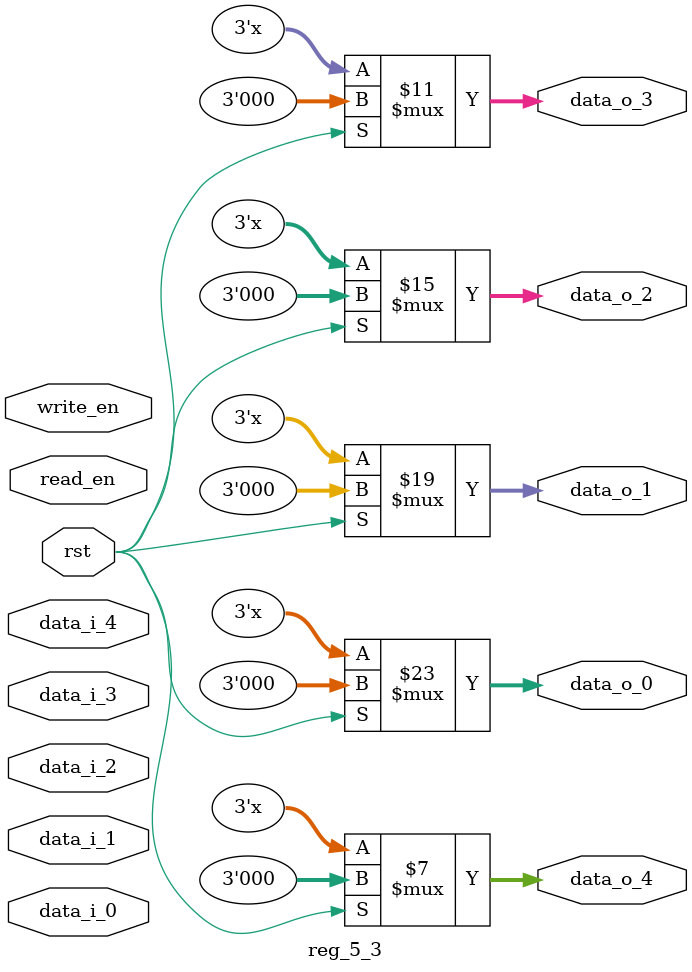
<source format=v>
`timescale 1ns / 1ps

// 记录一个5位8进制数
module reg_5_3(
    input [2:0] data_i_0,
    input [2:0] data_i_1,
    input [2:0] data_i_2,
    input [2:0] data_i_3,
    input [2:0] data_i_4,
    input write_en,
    input read_en,
    input rst,
    output reg [2:0] data_o_0,
    output reg [2:0] data_o_1,
    output reg [2:0] data_o_2,
    output reg [2:0] data_o_3,
    output reg [2:0] data_o_4
    );

    reg [2:0] data_reg_0; // 分别记录5位
    reg [2:0] data_reg_1;
    reg [2:0] data_reg_2;
    reg [2:0] data_reg_3;
    reg [2:0] data_reg_4;

    always @(*) begin
        if(rst == 1'b1) begin  // 清零
            data_reg_0 <= 3'b000;
            data_reg_1 <= 3'b000;
            data_reg_2 <= 3'b000;
            data_reg_3 <= 3'b000;
            data_reg_4 <= 3'b000;
            data_o_0 <= 3'b000; 
            data_o_1 <= 3'b000;
            data_o_2 <= 3'b000;
            data_o_3 <= 3'b000;
            data_o_4 <= 3'b000;
        end 
        else begin
            if(write_en == 1'b1) begin  // 写入使能
                data_reg_0 <= data_i_0;
                data_reg_1 <= data_i_1;
                data_reg_2 <= data_i_2;
                data_reg_3 <= data_i_3;
                data_reg_4 <= data_i_4;
            end
            else;
            if(read_en == 1'b1) begin  // 读取使能
                data_o_0 <= data_reg_0;
                data_o_1 <= data_reg_1;
                data_o_2 <= data_reg_2;
                data_o_3 <= data_reg_3;
                data_o_4 <= data_reg_4;
            end
            else;
        end
    end
endmodule

</source>
